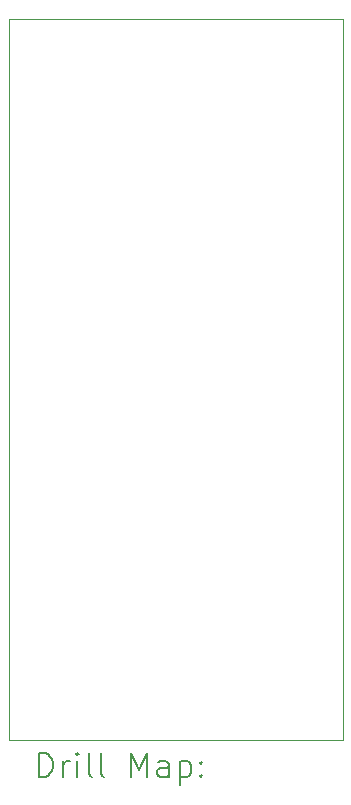
<source format=gbr>
%TF.GenerationSoftware,KiCad,Pcbnew,8.0.4*%
%TF.CreationDate,2024-07-25T20:39:49+02:00*%
%TF.ProjectId,hmmctrl,686d6d63-7472-46c2-9e6b-696361645f70,rev?*%
%TF.SameCoordinates,Original*%
%TF.FileFunction,Drillmap*%
%TF.FilePolarity,Positive*%
%FSLAX45Y45*%
G04 Gerber Fmt 4.5, Leading zero omitted, Abs format (unit mm)*
G04 Created by KiCad (PCBNEW 8.0.4) date 2024-07-25 20:39:49*
%MOMM*%
%LPD*%
G01*
G04 APERTURE LIST*
%ADD10C,0.050000*%
%ADD11C,0.200000*%
G04 APERTURE END LIST*
D10*
X8795000Y-2970000D02*
X11625000Y-2970000D01*
X11625000Y-9070000D01*
X8795000Y-9070000D01*
X8795000Y-2970000D01*
D11*
X9053277Y-9383984D02*
X9053277Y-9183984D01*
X9053277Y-9183984D02*
X9100896Y-9183984D01*
X9100896Y-9183984D02*
X9129467Y-9193508D01*
X9129467Y-9193508D02*
X9148515Y-9212555D01*
X9148515Y-9212555D02*
X9158039Y-9231603D01*
X9158039Y-9231603D02*
X9167563Y-9269698D01*
X9167563Y-9269698D02*
X9167563Y-9298270D01*
X9167563Y-9298270D02*
X9158039Y-9336365D01*
X9158039Y-9336365D02*
X9148515Y-9355412D01*
X9148515Y-9355412D02*
X9129467Y-9374460D01*
X9129467Y-9374460D02*
X9100896Y-9383984D01*
X9100896Y-9383984D02*
X9053277Y-9383984D01*
X9253277Y-9383984D02*
X9253277Y-9250650D01*
X9253277Y-9288746D02*
X9262801Y-9269698D01*
X9262801Y-9269698D02*
X9272324Y-9260174D01*
X9272324Y-9260174D02*
X9291372Y-9250650D01*
X9291372Y-9250650D02*
X9310420Y-9250650D01*
X9377086Y-9383984D02*
X9377086Y-9250650D01*
X9377086Y-9183984D02*
X9367563Y-9193508D01*
X9367563Y-9193508D02*
X9377086Y-9203031D01*
X9377086Y-9203031D02*
X9386610Y-9193508D01*
X9386610Y-9193508D02*
X9377086Y-9183984D01*
X9377086Y-9183984D02*
X9377086Y-9203031D01*
X9500896Y-9383984D02*
X9481848Y-9374460D01*
X9481848Y-9374460D02*
X9472324Y-9355412D01*
X9472324Y-9355412D02*
X9472324Y-9183984D01*
X9605658Y-9383984D02*
X9586610Y-9374460D01*
X9586610Y-9374460D02*
X9577086Y-9355412D01*
X9577086Y-9355412D02*
X9577086Y-9183984D01*
X9834229Y-9383984D02*
X9834229Y-9183984D01*
X9834229Y-9183984D02*
X9900896Y-9326841D01*
X9900896Y-9326841D02*
X9967563Y-9183984D01*
X9967563Y-9183984D02*
X9967563Y-9383984D01*
X10148515Y-9383984D02*
X10148515Y-9279222D01*
X10148515Y-9279222D02*
X10138991Y-9260174D01*
X10138991Y-9260174D02*
X10119944Y-9250650D01*
X10119944Y-9250650D02*
X10081848Y-9250650D01*
X10081848Y-9250650D02*
X10062801Y-9260174D01*
X10148515Y-9374460D02*
X10129467Y-9383984D01*
X10129467Y-9383984D02*
X10081848Y-9383984D01*
X10081848Y-9383984D02*
X10062801Y-9374460D01*
X10062801Y-9374460D02*
X10053277Y-9355412D01*
X10053277Y-9355412D02*
X10053277Y-9336365D01*
X10053277Y-9336365D02*
X10062801Y-9317317D01*
X10062801Y-9317317D02*
X10081848Y-9307793D01*
X10081848Y-9307793D02*
X10129467Y-9307793D01*
X10129467Y-9307793D02*
X10148515Y-9298270D01*
X10243753Y-9250650D02*
X10243753Y-9450650D01*
X10243753Y-9260174D02*
X10262801Y-9250650D01*
X10262801Y-9250650D02*
X10300896Y-9250650D01*
X10300896Y-9250650D02*
X10319944Y-9260174D01*
X10319944Y-9260174D02*
X10329467Y-9269698D01*
X10329467Y-9269698D02*
X10338991Y-9288746D01*
X10338991Y-9288746D02*
X10338991Y-9345889D01*
X10338991Y-9345889D02*
X10329467Y-9364936D01*
X10329467Y-9364936D02*
X10319944Y-9374460D01*
X10319944Y-9374460D02*
X10300896Y-9383984D01*
X10300896Y-9383984D02*
X10262801Y-9383984D01*
X10262801Y-9383984D02*
X10243753Y-9374460D01*
X10424705Y-9364936D02*
X10434229Y-9374460D01*
X10434229Y-9374460D02*
X10424705Y-9383984D01*
X10424705Y-9383984D02*
X10415182Y-9374460D01*
X10415182Y-9374460D02*
X10424705Y-9364936D01*
X10424705Y-9364936D02*
X10424705Y-9383984D01*
X10424705Y-9260174D02*
X10434229Y-9269698D01*
X10434229Y-9269698D02*
X10424705Y-9279222D01*
X10424705Y-9279222D02*
X10415182Y-9269698D01*
X10415182Y-9269698D02*
X10424705Y-9260174D01*
X10424705Y-9260174D02*
X10424705Y-9279222D01*
M02*

</source>
